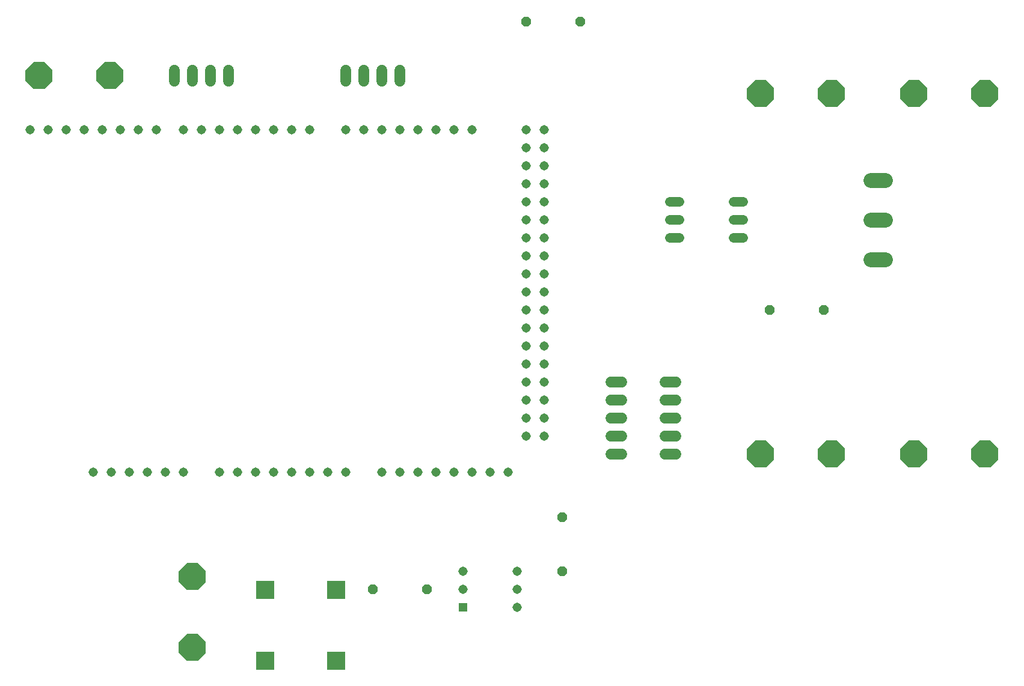
<source format=gbl>
G75*
%MOIN*%
%OFA0B0*%
%FSLAX25Y25*%
%IPPOS*%
%LPD*%
%AMOC8*
5,1,8,0,0,1.08239X$1,22.5*
%
%ADD10C,0.05200*%
%ADD11OC8,0.05200*%
%ADD12C,0.08250*%
%ADD13C,0.05150*%
%ADD14R,0.05150X0.05150*%
%ADD15OC8,0.15000*%
%ADD16C,0.06000*%
%ADD17R,0.10000X0.10000*%
D10*
X0450800Y0295833D02*
X0456000Y0295833D01*
X0456000Y0305833D02*
X0450800Y0305833D01*
X0450800Y0315833D02*
X0456000Y0315833D01*
X0486000Y0315833D02*
X0491200Y0315833D01*
X0491200Y0305833D02*
X0486000Y0305833D01*
X0486000Y0295833D02*
X0491200Y0295833D01*
D11*
X0506000Y0255833D03*
X0536000Y0255833D03*
X0391000Y0140833D03*
X0391000Y0110833D03*
X0316000Y0100833D03*
X0286000Y0100833D03*
X0371000Y0415833D03*
X0401000Y0415833D03*
D12*
X0561875Y0327833D02*
X0570125Y0327833D01*
X0570125Y0305833D02*
X0561875Y0305833D01*
X0561875Y0283833D02*
X0570125Y0283833D01*
D13*
X0381000Y0285833D03*
X0371000Y0285833D03*
X0371000Y0275833D03*
X0381000Y0275833D03*
X0381000Y0265833D03*
X0371000Y0265833D03*
X0371000Y0255833D03*
X0381000Y0255833D03*
X0381000Y0245833D03*
X0371000Y0245833D03*
X0371000Y0235833D03*
X0381000Y0235833D03*
X0381000Y0225833D03*
X0371000Y0225833D03*
X0371000Y0215833D03*
X0381000Y0215833D03*
X0381000Y0205833D03*
X0371000Y0205833D03*
X0371000Y0195833D03*
X0381000Y0195833D03*
X0381000Y0185833D03*
X0371000Y0185833D03*
X0361000Y0165833D03*
X0351000Y0165833D03*
X0341000Y0165833D03*
X0331000Y0165833D03*
X0321000Y0165833D03*
X0311000Y0165833D03*
X0301000Y0165833D03*
X0291000Y0165833D03*
X0271000Y0165833D03*
X0261000Y0165833D03*
X0251000Y0165833D03*
X0241000Y0165833D03*
X0231000Y0165833D03*
X0221000Y0165833D03*
X0211000Y0165833D03*
X0201000Y0165833D03*
X0181000Y0165833D03*
X0171000Y0165833D03*
X0161000Y0165833D03*
X0151000Y0165833D03*
X0141000Y0165833D03*
X0131000Y0165833D03*
X0336000Y0110833D03*
X0336000Y0100833D03*
X0366000Y0100833D03*
X0366000Y0090833D03*
X0366000Y0110833D03*
X0371000Y0295833D03*
X0381000Y0295833D03*
X0381000Y0305833D03*
X0371000Y0305833D03*
X0371000Y0315833D03*
X0381000Y0315833D03*
X0381000Y0325833D03*
X0371000Y0325833D03*
X0371000Y0335833D03*
X0381000Y0335833D03*
X0381000Y0345833D03*
X0371000Y0345833D03*
X0371000Y0355833D03*
X0381000Y0355833D03*
X0341000Y0355833D03*
X0331000Y0355833D03*
X0321000Y0355833D03*
X0311000Y0355833D03*
X0301000Y0355833D03*
X0291000Y0355833D03*
X0281000Y0355833D03*
X0271000Y0355833D03*
X0251000Y0355833D03*
X0241000Y0355833D03*
X0231000Y0355833D03*
X0221000Y0355833D03*
X0211000Y0355833D03*
X0201000Y0355833D03*
X0191000Y0355833D03*
X0181000Y0355833D03*
X0166000Y0355833D03*
X0156000Y0355833D03*
X0146000Y0355833D03*
X0136000Y0355833D03*
X0126000Y0355833D03*
X0116000Y0355833D03*
X0106000Y0355833D03*
X0096000Y0355833D03*
D14*
X0336000Y0090833D03*
D15*
X0186000Y0068333D03*
X0186000Y0107703D03*
X0501000Y0175833D03*
X0540370Y0175833D03*
X0586000Y0175833D03*
X0625370Y0175833D03*
X0625370Y0375833D03*
X0586000Y0375833D03*
X0540370Y0375833D03*
X0501000Y0375833D03*
X0140370Y0385833D03*
X0101000Y0385833D03*
D16*
X0176000Y0388833D02*
X0176000Y0382833D01*
X0186000Y0382833D02*
X0186000Y0388833D01*
X0196000Y0388833D02*
X0196000Y0382833D01*
X0206000Y0382833D02*
X0206000Y0388833D01*
X0271000Y0388833D02*
X0271000Y0382833D01*
X0281000Y0382833D02*
X0281000Y0388833D01*
X0291000Y0388833D02*
X0291000Y0382833D01*
X0301000Y0382833D02*
X0301000Y0388833D01*
X0418000Y0215833D02*
X0424000Y0215833D01*
X0424000Y0205833D02*
X0418000Y0205833D01*
X0418000Y0195833D02*
X0424000Y0195833D01*
X0424000Y0185833D02*
X0418000Y0185833D01*
X0418000Y0175833D02*
X0424000Y0175833D01*
X0448000Y0175833D02*
X0454000Y0175833D01*
X0454000Y0185833D02*
X0448000Y0185833D01*
X0448000Y0195833D02*
X0454000Y0195833D01*
X0454000Y0205833D02*
X0448000Y0205833D01*
X0448000Y0215833D02*
X0454000Y0215833D01*
D17*
X0265685Y0100518D03*
X0226315Y0100518D03*
X0226315Y0061148D03*
X0265685Y0061148D03*
M02*

</source>
